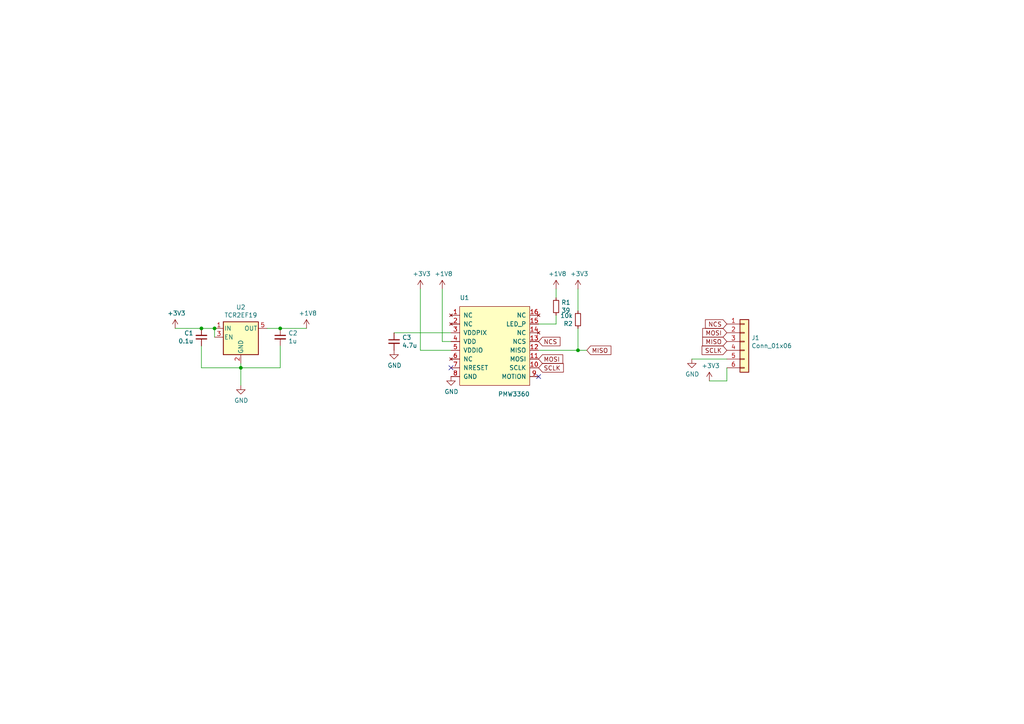
<source format=kicad_sch>
(kicad_sch (version 20231120) (generator "eeschema") (generator_version "8.0")
  (paper "A4")
  (lib_symbols
    (symbol "Connector_Generic:Conn_01x06" (pin_names (offset 1.016) hide)
      (property "Reference" "J" (at 0 7.62 0))
      (property "Value" "Conn_01x06" (at 0 -10.16 0))
      (symbol "Conn_01x06_1_1"
        (rectangle (start -1.27 -7.493) (end 0 -7.747) (stroke (width 0.1524)))
        (rectangle (start -1.27 -4.953) (end 0 -5.207) (stroke (width 0.1524)))
        (rectangle (start -1.27 -2.413) (end 0 -2.667) (stroke (width 0.1524)))
        (rectangle (start -1.27 0.127) (end 0 -0.127) (stroke (width 0.1524)))
        (rectangle (start -1.27 2.667) (end 0 2.413) (stroke (width 0.1524)))
        (rectangle (start -1.27 5.207) (end 0 4.953) (stroke (width 0.1524)))
        (rectangle (start -1.27 6.35) (end 1.27 -8.89) (stroke (width 0.254)) (fill (type background)))
        (pin passive line (at -5.08 5.08 0) (length 3.81) (name "Pin_1") (number "1"))
        (pin passive line (at -5.08 2.54 0) (length 3.81) (name "Pin_2") (number "2"))
        (pin passive line (at -5.08 0 0) (length 3.81) (name "Pin_3") (number "3"))
        (pin passive line (at -5.08 -2.54 0) (length 3.81) (name "Pin_4") (number "4"))
        (pin passive line (at -5.08 -5.08 0) (length 3.81) (name "Pin_5") (number "5"))
        (pin passive line (at -5.08 -7.62 0) (length 3.81) (name "Pin_6") (number "6"))
      )
    )
    (symbol "Device:C_Small" (pin_numbers hide) (pin_names (offset 0.254) hide)
      (property "Reference" "C" (at 0.254 1.778 0))
      (property "Value" "C_Small" (at 0.254 -2.032 0))
      (symbol "C_Small_0_1"
        (polyline (pts (xy -1.524 -0.508) (xy 1.524 -0.508)) (stroke (width 0.3302)))
        (polyline (pts (xy -1.524 0.508) (xy 1.524 0.508)) (stroke (width 0.3048)))
      )
      (symbol "C_Small_1_1"
        (pin passive line (at 0 2.54 270) (length 2.032) (name "~") (number "1"))
        (pin passive line (at 0 -2.54 90) (length 2.032) (name "~") (number "2"))
      )
    )
    (symbol "Device:R_Small" (pin_numbers hide) (pin_names (offset 0.254) hide)
      (property "Reference" "R" (at 0.762 0.508 0))
      (property "Value" "R_Small" (at 0.762 -1.016 0))
      (symbol "R_Small_0_1"
        (rectangle (start -0.762 1.778) (end 0.762 -1.778) (stroke (width 0.2032)))
      )
      (symbol "R_Small_1_1"
        (pin passive line (at 0 2.54 270) (length 0.762) (name "~") (number "1"))
        (pin passive line (at 0 -2.54 90) (length 0.762) (name "~") (number "2"))
      )
    )
    (symbol "PMW3360-rescue:+1V8-power" (power) (pin_names (offset 0))
      (property "Value" "power_+1V8" (at 0 3.556 0))
      (symbol "+1V8-power_0_1"
        (polyline (pts (xy -0.762 1.27) (xy 0 2.54)))
        (polyline (pts (xy 0 0) (xy 0 2.54)))
        (polyline (pts (xy 0 2.54) (xy 0.762 1.27)))
      )
      (symbol "+1V8-power_1_1"
        (pin power_in line (at 0 0 90) (length 0) hide (name "+1V8") (number "1"))
      )
    )
    (symbol "PMW3360-rescue:+3V3-power" (power) (pin_names (offset 0))
      (property "Value" "power_+3V3" (at 0 3.556 0))
      (symbol "+3V3-power_0_1"
        (polyline (pts (xy -0.762 1.27) (xy 0 2.54)))
        (polyline (pts (xy 0 0) (xy 0 2.54)))
        (polyline (pts (xy 0 2.54) (xy 0.762 1.27)))
      )
      (symbol "+3V3-power_1_1"
        (pin power_in line (at 0 0 90) (length 0) hide (name "+3V3") (number "1"))
      )
    )
    (symbol "PMW3360-rescue:GND-power" (power) (pin_names (offset 0))
      (property "Value" "power_GND" (at 0 -3.81 0))
      (symbol "GND-power_0_1"
        (polyline (pts (xy 0 0) (xy 0 -1.27) (xy 1.27 -1.27) (xy 0 -2.54) (xy -1.27 -1.27) (xy 0 -1.27)))
      )
      (symbol "GND-power_1_1"
        (pin power_in line (at 0 0 270) (length 0) hide (name "GND") (number "1"))
      )
    )
    (symbol "PMW3360:PMW3360" (pin_names (offset 1.016))
      (property "Reference" "U" (at -10.16 15.24 0))
      (property "Value" "PMW3360" (at 10.16 -12.7 0))
      (symbol "PMW3360_0_0"
        (pin no_connect line (at -12.7 10.16 0) (length 2.54) (name "NC") (number "1"))
        (pin unspecified line (at 12.7 -5.08 180) (length 2.54) (name "SCLK") (number "10"))
        (pin unspecified line (at 12.7 -2.54 180) (length 2.54) (name "MOSI") (number "11"))
        (pin unspecified line (at 12.7 0 180) (length 2.54) (name "MISO") (number "12"))
        (pin unspecified line (at 12.7 2.54 180) (length 2.54) (name "NCS") (number "13"))
        (pin no_connect line (at 12.7 5.08 180) (length 2.54) (name "NC") (number "14"))
        (pin unspecified line (at 12.7 7.62 180) (length 2.54) (name "LED_P") (number "15"))
        (pin no_connect line (at 12.7 10.16 180) (length 2.54) (name "NC") (number "16"))
        (pin no_connect line (at -12.7 7.62 0) (length 2.54) (name "NC") (number "2"))
        (pin unspecified line (at -12.7 5.08 0) (length 2.54) (name "VDDPIX") (number "3"))
        (pin unspecified line (at -12.7 2.54 0) (length 2.54) (name "VDD") (number "4"))
        (pin unspecified line (at -12.7 0 0) (length 2.54) (name "VDDIO") (number "5"))
        (pin no_connect line (at -12.7 -2.54 0) (length 2.54) (name "NC") (number "6"))
        (pin unspecified line (at -12.7 -5.08 0) (length 2.54) (name "NRESET") (number "7"))
        (pin unspecified line (at -12.7 -7.62 0) (length 2.54) (name "GND") (number "8"))
        (pin unspecified line (at 12.7 -7.62 180) (length 2.54) (name "MOTION") (number "9"))
      )
      (symbol "PMW3360_0_1"
        (rectangle (start -10.16 12.7) (end 10.16 -10.16) (fill (type background)))
      )
    )
    (symbol "Regulator_Linear:TLV70218_SOT23-5" (pin_names (offset 0.254))
      (property "Reference" "U" (at -3.81 5.715 0))
      (property "Value" "TLV70218_SOT23-5" (at 0 5.715 0))
      (symbol "TLV70218_SOT23-5_0_1"
        (rectangle (start -5.08 4.445) (end 5.08 -5.08) (stroke (width 0.254)) (fill (type background)))
      )
      (symbol "TLV70218_SOT23-5_1_1"
        (pin power_in line (at -7.62 2.54 0) (length 2.54) (name "IN") (number "1"))
        (pin power_in line (at 0 -7.62 90) (length 2.54) (name "GND") (number "2"))
        (pin input line (at -7.62 0 0) (length 2.54) (name "EN") (number "3"))
        (pin no_connect line (at 5.08 0 180) (length 2.54) hide (name "NC") (number "4"))
        (pin power_out line (at 7.62 2.54 180) (length 2.54) (name "OUT") (number "5"))
      )
    )
  )
  (junction (at 58.42 95.25))
  (junction (at 81.28 95.25))
  (junction (at 167.64 101.6))
  (junction (at 69.85 106.68))
  (junction (at 62.23 95.25))
  (no_connect (at 156.21 109.22))
  (no_connect (at 130.81 106.68))
  (wire (pts (xy 58.42 95.25) (xy 62.23 95.25)))
  (wire (pts (xy 161.29 86.36) (xy 161.29 83.82)))
  (wire (pts (xy 69.85 106.68) (xy 69.85 111.76)))
  (wire (pts (xy 130.81 101.6) (xy 121.92 101.6)))
  (wire (pts (xy 81.28 106.68) (xy 69.85 106.68)))
  (wire (pts (xy 114.3 96.52) (xy 130.81 96.52)))
  (wire (pts (xy 167.64 95.25) (xy 167.64 101.6)))
  (wire (pts (xy 50.8 95.25) (xy 58.42 95.25)))
  (wire (pts (xy 130.81 99.06) (xy 128.27 99.06)))
  (wire (pts (xy 167.64 83.82) (xy 167.64 90.17)))
  (wire (pts (xy 88.9 95.25) (xy 81.28 95.25)))
  (wire (pts (xy 161.29 93.98) (xy 161.29 91.44)))
  (wire (pts (xy 121.92 101.6) (xy 121.92 83.82)))
  (wire (pts (xy 81.28 100.33) (xy 81.28 106.68)))
  (wire (pts (xy 167.64 101.6) (xy 170.18 101.6)))
  (wire (pts (xy 156.21 93.98) (xy 161.29 93.98)))
  (wire (pts (xy 58.42 106.68) (xy 69.85 106.68)))
  (wire (pts (xy 58.42 100.33) (xy 58.42 106.68)))
  (wire (pts (xy 200.66 104.14) (xy 210.82 104.14)))
  (wire (pts (xy 156.21 101.6) (xy 167.64 101.6)))
  (wire (pts (xy 128.27 99.06) (xy 128.27 83.82)))
  (wire (pts (xy 77.47 95.25) (xy 81.28 95.25)))
  (wire (pts (xy 210.82 106.68) (xy 210.82 110.49)))
  (wire (pts (xy 62.23 97.79) (xy 62.23 95.25)))
  (wire (pts (xy 69.85 105.41) (xy 69.85 106.68)))
  (wire (pts (xy 205.74 110.49) (xy 210.82 110.49)))
  (global_label "SCLK" (shape input) (at 210.82 101.6 180) (property "Intersheetrefs" "${INTERSHEET_REFS}" (effects (hide yes))))
  (global_label "MOSI" (shape input) (at 210.82 96.52 180) (property "Intersheetrefs" "${INTERSHEET_REFS}" (effects (hide yes))))
  (global_label "MOSI" (shape input) (at 156.21 104.14 0) (property "Intersheetrefs" "${INTERSHEET_REFS}" (effects (hide yes))))
  (global_label "NCS" (shape input) (at 156.21 99.06 0) (property "Intersheetrefs" "${INTERSHEET_REFS}" (effects (hide yes))))
  (global_label "MISO" (shape input) (at 210.82 99.06 180) (property "Intersheetrefs" "${INTERSHEET_REFS}" (effects (hide yes))))
  (global_label "MISO" (shape input) (at 170.18 101.6 0) (property "Intersheetrefs" "${INTERSHEET_REFS}" (effects (hide yes))))
  (global_label "NCS" (shape input) (at 210.82 93.98 180) (property "Intersheetrefs" "${INTERSHEET_REFS}" (effects (hide yes))))
  (global_label "SCLK" (shape input) (at 156.21 106.68 0) (property "Intersheetrefs" "${INTERSHEET_REFS}" (effects (hide yes))))
  (symbol (lib_id "PMW3360:PMW3360") (at 143.51 101.6 0) (unit 1)
    (property "Reference" "U1" (at 133.35 86.36 0) (effects (justify left)))
    (property "Value" "PMW3360" (at 153.67 114.3 0) (effects (justify right)))
    (property "Footprint" "PMW3360:PMW3360" (effects (hide yes)))
  )
  (symbol (lib_id "Regulator_Linear:TLV70218_SOT23-5") (at 69.85 97.79 0) (unit 1)
    (property "Reference" "U2" (at 69.85 89.1032 0))
    (property "Value" "TCR2EF19" (at 69.85 91.4146 0))
    (property "Footprint" "Package_TO_SOT_SMD:SOT-23-5" (effects (hide yes)))
    (property "LCSC" "C146366" (effects (hide yes)))
  )
  (symbol (lib_id "Connector_Generic:Conn_01x06") (at 215.9 99.06 0) (unit 1)
    (property "Reference" "J1" (at 217.932 97.9932 0) (effects (justify left)))
    (property "Value" "Conn_01x06" (at 217.932 100.3046 0) (effects (justify left)))
    (property "Footprint" "Connector_JST:JST_SH_BM06B-SRSS-TB_1x06-1MP_P1.00mm_Vertical" (effects (hide yes)))
    (property "Description" "Generic connector, single row, 01x06, script generated (kicad-library-utils/schlib/autogen/connector/)" (effects (hide yes)))
  )
  (symbol (lib_id "Device:C_Small") (at 81.28 97.79 0) (unit 1)
    (property "Reference" "C2" (at 83.6168 96.6216 0) (effects (justify left)))
    (property "Value" "1u" (at 83.6168 98.933 0) (effects (justify left)))
    (property "Footprint" "Capacitor_SMD:C_0603_1608Metric" (effects (hide yes)))
    (property "LCSC" "C15849" (effects (hide yes)))
  )
  (symbol (lib_id "Device:C_Small") (at 58.42 97.79 0) (mirror x) (unit 1)
    (property "Reference" "C1" (at 56.1086 96.6216 0) (effects (justify right)))
    (property "Value" "0.1u" (at 56.1086 98.933 0) (effects (justify right)))
    (property "Footprint" "Capacitor_SMD:C_0603_1608Metric" (effects (hide yes)))
    (property "LCSC" "C14663" (effects (hide yes)))
  )
  (symbol (lib_id "PMW3360-rescue:GND-power") (at 69.85 111.76 0) (unit 1)
    (property "Reference" "#PWR0101" (effects (hide yes)))
    (property "Value" "GND" (at 69.977 116.1542 0))
  )
  (symbol (lib_id "PMW3360-rescue:+1V8-power") (at 88.9 95.25 0) (unit 1)
    (property "Reference" "#PWR0102" (effects (hide yes)))
    (property "Value" "+1V8" (at 89.281 90.8558 0))
  )
  (symbol (lib_id "Device:C_Small") (at 114.3 99.06 0) (unit 1)
    (property "Reference" "C3" (at 116.6368 97.8916 0) (effects (justify left)))
    (property "Value" "4.7u" (at 116.6368 100.203 0) (effects (justify left)))
    (property "Footprint" "Capacitor_SMD:C_0603_1608Metric" (effects (hide yes)))
    (property "LCSC" "C19666" (effects (hide yes)))
  )
  (symbol (lib_id "PMW3360-rescue:GND-power") (at 114.3 101.6 0) (unit 1)
    (property "Reference" "#PWR0103" (effects (hide yes)))
    (property "Value" "GND" (at 114.427 105.9942 0))
  )
  (symbol (lib_id "PMW3360-rescue:+3V3-power") (at 50.8 95.25 0) (unit 1)
    (property "Reference" "#PWR0104" (effects (hide yes)))
    (property "Value" "+3V3" (at 51.181 90.8558 0))
  )
  (symbol (lib_id "PMW3360-rescue:+3V3-power") (at 121.92 83.82 0) (unit 1)
    (property "Reference" "#PWR0105" (effects (hide yes)))
    (property "Value" "+3V3" (at 122.301 79.4258 0))
  )
  (symbol (lib_id "PMW3360-rescue:+1V8-power") (at 128.27 83.82 0) (unit 1)
    (property "Reference" "#PWR0106" (effects (hide yes)))
    (property "Value" "+1V8" (at 128.651 79.4258 0))
  )
  (symbol (lib_id "PMW3360-rescue:GND-power") (at 130.81 109.22 0) (unit 1)
    (property "Reference" "#PWR0107" (effects (hide yes)))
    (property "Value" "GND" (at 130.937 113.6142 0))
  )
  (symbol (lib_id "PMW3360-rescue:+3V3-power") (at 205.74 110.49 0) (unit 1)
    (property "Reference" "#PWR0108" (effects (hide yes)))
    (property "Value" "+3V3" (at 206.121 106.0958 0))
  )
  (symbol (lib_id "PMW3360-rescue:GND-power") (at 200.66 104.14 0) (unit 1)
    (property "Reference" "#PWR0109" (effects (hide yes)))
    (property "Value" "GND" (at 200.787 108.5342 0))
  )
  (symbol (lib_id "Device:R_Small") (at 167.64 92.71 180) (unit 1)
    (property "Reference" "R2" (at 166.1414 93.8784 0) (effects (justify left)))
    (property "Value" "10k" (at 166.1414 91.567 0) (effects (justify left)))
    (property "Footprint" "Resistor_SMD:R_0603_1608Metric" (effects (hide yes)))
    (property "LCSC" "C25804" (effects (hide yes)))
  )
  (symbol (lib_id "PMW3360-rescue:+3V3-power") (at 167.64 83.82 0) (unit 1)
    (property "Reference" "#PWR0110" (effects (hide yes)))
    (property "Value" "+3V3" (at 168.021 79.4258 0))
  )
  (symbol (lib_id "PMW3360-rescue:+1V8-power") (at 161.29 83.82 0) (unit 1)
    (property "Reference" "#PWR0111" (effects (hide yes)))
    (property "Value" "+1V8" (at 161.671 79.4258 0))
  )
  (symbol (lib_id "Device:R_Small") (at 161.29 88.9 0) (unit 1)
    (property "Reference" "R1" (at 162.7886 87.7316 0) (effects (justify left)))
    (property "Value" "39" (at 162.7886 90.043 0) (effects (justify left)))
    (property "Footprint" "Resistor_SMD:R_0603_1608Metric" (effects (hide yes)))
    (property "LCSC" "C137733" (effects (hide yes)))
  )
)
</source>
